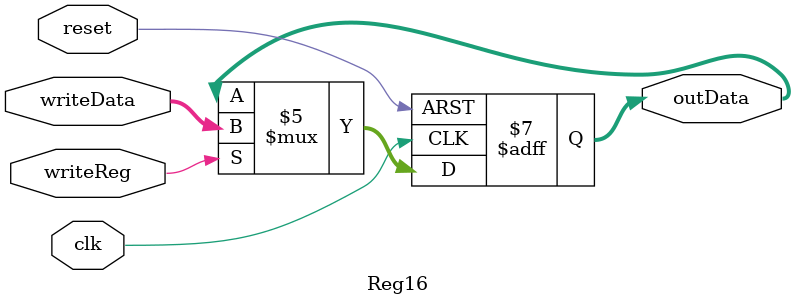
<source format=v>
`timescale 1ns / 1ps
module Reg16(input[15:0] writeData, input writeReg, input clk, input reset, output reg[15:0] outData);

	always@(posedge clk or posedge reset)
	if (reset == 1'b1)
		outData = 16'd0;
	else if (writeReg == 1'b1)
		outData = writeData;
	else
		outData = outData;

endmodule

</source>
